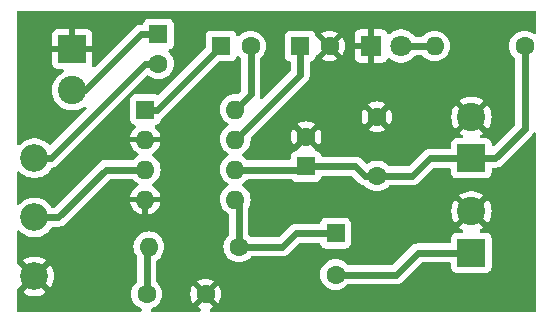
<source format=gbr>
%TF.GenerationSoftware,KiCad,Pcbnew,8.0.4*%
%TF.CreationDate,2024-08-29T23:22:00+05:30*%
%TF.ProjectId,LM386 Amp,4c4d3338-3620-4416-9d70-2e6b69636164,rev?*%
%TF.SameCoordinates,Original*%
%TF.FileFunction,Copper,L1,Top*%
%TF.FilePolarity,Positive*%
%FSLAX46Y46*%
G04 Gerber Fmt 4.6, Leading zero omitted, Abs format (unit mm)*
G04 Created by KiCad (PCBNEW 8.0.4) date 2024-08-29 23:22:00*
%MOMM*%
%LPD*%
G01*
G04 APERTURE LIST*
%TA.AperFunction,ComponentPad*%
%ADD10C,2.340000*%
%TD*%
%TA.AperFunction,ComponentPad*%
%ADD11R,1.800000X1.800000*%
%TD*%
%TA.AperFunction,ComponentPad*%
%ADD12C,1.800000*%
%TD*%
%TA.AperFunction,ComponentPad*%
%ADD13R,1.600000X1.600000*%
%TD*%
%TA.AperFunction,ComponentPad*%
%ADD14C,1.600000*%
%TD*%
%TA.AperFunction,ComponentPad*%
%ADD15R,2.400000X2.400000*%
%TD*%
%TA.AperFunction,ComponentPad*%
%ADD16C,2.400000*%
%TD*%
%TA.AperFunction,ComponentPad*%
%ADD17O,1.600000X1.600000*%
%TD*%
%TA.AperFunction,Conductor*%
%ADD18C,0.600000*%
%TD*%
G04 APERTURE END LIST*
D10*
%TO.P,RV1,3,3*%
%TO.N,GND*%
X152000000Y-146500000D03*
%TO.P,RV1,2,2*%
%TO.N,Net-(U1-+)*%
X152000000Y-141500000D03*
%TO.P,RV1,1,1*%
%TO.N,Net-(C1-Pad2)*%
X152000000Y-136500000D03*
%TD*%
D11*
%TO.P,D1,1,K*%
%TO.N,GND*%
X180500000Y-127000000D03*
D12*
%TO.P,D1,2,A*%
%TO.N,Net-(D1-A)*%
X183040000Y-127000000D03*
%TD*%
D13*
%TO.P,C2,1*%
%TO.N,Net-(U1-BYPASS)*%
X174500000Y-127000000D03*
D14*
%TO.P,C2,2*%
%TO.N,GND*%
X177000000Y-127000000D03*
%TD*%
D15*
%TO.P,J1,1,Pin_1*%
%TO.N,GND*%
X155200000Y-127250000D03*
D16*
%TO.P,J1,2,Pin_2*%
%TO.N,Net-(J1-Pin_2)*%
X155200000Y-130750000D03*
%TD*%
D15*
%TO.P,J3,1,Pin_1*%
%TO.N,Net-(J3-Pin_1)*%
X189000000Y-136500000D03*
D16*
%TO.P,J3,2,Pin_2*%
%TO.N,GND*%
X189000000Y-133000000D03*
%TD*%
D13*
%TO.P,U1,1,GAIN*%
%TO.N,Net-(C3-Pad1)*%
X161380000Y-132380000D03*
D17*
%TO.P,U1,2,-*%
%TO.N,GND*%
X161380000Y-134920000D03*
%TO.P,U1,3,+*%
%TO.N,Net-(U1-+)*%
X161380000Y-137460000D03*
%TO.P,U1,4,GND*%
%TO.N,GND*%
X161380000Y-140000000D03*
%TO.P,U1,5*%
%TO.N,Net-(C5-Pad1)*%
X169000000Y-140000000D03*
%TO.P,U1,6,V+*%
%TO.N,Net-(J3-Pin_1)*%
X169000000Y-137460000D03*
%TO.P,U1,7,BYPASS*%
%TO.N,Net-(U1-BYPASS)*%
X169000000Y-134920000D03*
%TO.P,U1,8,GAIN*%
%TO.N,Net-(C3-Pad2)*%
X169000000Y-132380000D03*
%TD*%
D15*
%TO.P,J2,1,Pin_1*%
%TO.N,Net-(J2-Pin_1)*%
X189000000Y-144500000D03*
D16*
%TO.P,J2,2,Pin_2*%
%TO.N,GND*%
X189000000Y-141000000D03*
%TD*%
D14*
%TO.P,R1,1*%
%TO.N,Net-(C5-Pad1)*%
X169310000Y-144000000D03*
D17*
%TO.P,R1,2*%
%TO.N,Net-(C4-Pad1)*%
X161690000Y-144000000D03*
%TD*%
D13*
%TO.P,C7,1*%
%TO.N,Net-(J3-Pin_1)*%
X175000000Y-137182380D03*
D14*
%TO.P,C7,2*%
%TO.N,GND*%
X175000000Y-134682380D03*
%TD*%
%TO.P,C4,1*%
%TO.N,Net-(C4-Pad1)*%
X161500000Y-148000000D03*
%TO.P,C4,2*%
%TO.N,GND*%
X166500000Y-148000000D03*
%TD*%
%TO.P,R2,1*%
%TO.N,Net-(J3-Pin_1)*%
X193500000Y-127000000D03*
D17*
%TO.P,R2,2*%
%TO.N,Net-(D1-A)*%
X185880000Y-127000000D03*
%TD*%
D14*
%TO.P,C6,1*%
%TO.N,Net-(J3-Pin_1)*%
X181000000Y-138000000D03*
%TO.P,C6,2*%
%TO.N,GND*%
X181000000Y-133000000D03*
%TD*%
D13*
%TO.P,C1,1*%
%TO.N,Net-(J1-Pin_2)*%
X162500000Y-126000000D03*
D14*
%TO.P,C1,2*%
%TO.N,Net-(C1-Pad2)*%
X162500000Y-128500000D03*
%TD*%
D13*
%TO.P,C3,1*%
%TO.N,Net-(C3-Pad1)*%
X167794888Y-127000000D03*
D14*
%TO.P,C3,2*%
%TO.N,Net-(C3-Pad2)*%
X170294888Y-127000000D03*
%TD*%
D13*
%TO.P,C5,1*%
%TO.N,Net-(C5-Pad1)*%
X177500000Y-142847349D03*
D14*
%TO.P,C5,2*%
%TO.N,Net-(J2-Pin_1)*%
X177500000Y-146347349D03*
%TD*%
D18*
%TO.N,Net-(U1-BYPASS)*%
X169000000Y-134920000D02*
X174500000Y-129420000D01*
X174500000Y-129420000D02*
X174500000Y-127000000D01*
%TO.N,Net-(C3-Pad2)*%
X169000000Y-132380000D02*
X170294888Y-131085112D01*
X170294888Y-131085112D02*
X170294888Y-127000000D01*
%TO.N,Net-(C3-Pad1)*%
X161380000Y-132380000D02*
X162414888Y-132380000D01*
X162414888Y-132380000D02*
X167794888Y-127000000D01*
%TO.N,Net-(J1-Pin_2)*%
X162500000Y-126000000D02*
X161000000Y-126000000D01*
X161000000Y-126000000D02*
X156250000Y-130750000D01*
X156250000Y-130750000D02*
X155200000Y-130750000D01*
%TO.N,Net-(C1-Pad2)*%
X162500000Y-128500000D02*
X161368630Y-128500000D01*
X161368630Y-128500000D02*
X153368630Y-136500000D01*
X153368630Y-136500000D02*
X152000000Y-136500000D01*
%TO.N,Net-(U1-+)*%
X152000000Y-141500000D02*
X154000000Y-141500000D01*
X154000000Y-141500000D02*
X158040000Y-137460000D01*
X158040000Y-137460000D02*
X161380000Y-137460000D01*
%TO.N,Net-(D1-A)*%
X185880000Y-127000000D02*
X183040000Y-127000000D01*
%TO.N,Net-(J3-Pin_1)*%
X193500000Y-134000000D02*
X191000000Y-136500000D01*
X193500000Y-127000000D02*
X193500000Y-134000000D01*
X191000000Y-136500000D02*
X189000000Y-136500000D01*
X169000000Y-137460000D02*
X174722380Y-137460000D01*
X174722380Y-137460000D02*
X175000000Y-137182380D01*
X181000000Y-138000000D02*
X180000000Y-138000000D01*
X180000000Y-138000000D02*
X179182380Y-137182380D01*
X179182380Y-137182380D02*
X175000000Y-137182380D01*
X185500000Y-136500000D02*
X184000000Y-138000000D01*
X189000000Y-136500000D02*
X185500000Y-136500000D01*
X184000000Y-138000000D02*
X181000000Y-138000000D01*
%TO.N,Net-(J2-Pin_1)*%
X177500000Y-146347349D02*
X182652651Y-146347349D01*
X182652651Y-146347349D02*
X184500000Y-144500000D01*
X184500000Y-144500000D02*
X189000000Y-144500000D01*
%TO.N,Net-(C5-Pad1)*%
X174152651Y-142847349D02*
X173000000Y-144000000D01*
X177500000Y-142847349D02*
X174152651Y-142847349D01*
X173000000Y-144000000D02*
X169310000Y-144000000D01*
X169310000Y-144000000D02*
X169310000Y-140310000D01*
X169310000Y-140310000D02*
X169000000Y-140000000D01*
%TO.N,Net-(C4-Pad1)*%
X161500000Y-148000000D02*
X161500000Y-144190000D01*
X161500000Y-144190000D02*
X161690000Y-144000000D01*
%TD*%
%TA.AperFunction,Conductor*%
%TO.N,GND*%
G36*
X169274121Y-127837462D02*
G01*
X169327411Y-127871709D01*
X169450747Y-127995045D01*
X169489311Y-128061840D01*
X169494388Y-128100404D01*
X169494388Y-130691815D01*
X169474426Y-130766315D01*
X169450747Y-130797174D01*
X169208569Y-131039351D01*
X169141774Y-131077915D01*
X169090225Y-131082425D01*
X169000001Y-131074532D01*
X168999999Y-131074532D01*
X168773306Y-131094365D01*
X168553507Y-131153260D01*
X168553506Y-131153260D01*
X168553504Y-131153261D01*
X168347266Y-131249432D01*
X168347263Y-131249434D01*
X168347261Y-131249435D01*
X168347258Y-131249437D01*
X168160862Y-131379951D01*
X167999951Y-131540862D01*
X167869437Y-131727258D01*
X167869435Y-131727261D01*
X167869434Y-131727263D01*
X167869432Y-131727266D01*
X167779104Y-131920974D01*
X167773260Y-131933507D01*
X167714365Y-132153306D01*
X167694532Y-132380000D01*
X167713779Y-132600000D01*
X167714365Y-132606692D01*
X167773261Y-132826496D01*
X167869432Y-133032734D01*
X167869435Y-133032738D01*
X167869437Y-133032741D01*
X167999951Y-133219137D01*
X168160862Y-133380048D01*
X168221249Y-133422331D01*
X168347266Y-133510568D01*
X168356689Y-133514962D01*
X168415771Y-133564540D01*
X168442148Y-133637018D01*
X168428753Y-133712974D01*
X168379175Y-133772056D01*
X168356689Y-133785038D01*
X168347268Y-133789431D01*
X168347258Y-133789437D01*
X168160862Y-133919951D01*
X167999951Y-134080862D01*
X167869437Y-134267258D01*
X167869435Y-134267261D01*
X167869434Y-134267263D01*
X167869432Y-134267266D01*
X167773261Y-134473504D01*
X167773260Y-134473507D01*
X167714365Y-134693306D01*
X167694532Y-134920000D01*
X167714365Y-135146693D01*
X167757508Y-135307704D01*
X167773261Y-135366496D01*
X167869432Y-135572734D01*
X167869435Y-135572738D01*
X167869437Y-135572741D01*
X167999951Y-135759137D01*
X167999953Y-135759139D01*
X168160861Y-135920047D01*
X168347266Y-136050568D01*
X168356685Y-136054960D01*
X168356689Y-136054962D01*
X168415771Y-136104540D01*
X168442148Y-136177018D01*
X168428753Y-136252974D01*
X168379175Y-136312056D01*
X168356689Y-136325038D01*
X168347268Y-136329431D01*
X168347258Y-136329437D01*
X168160862Y-136459951D01*
X167999951Y-136620862D01*
X167869437Y-136807258D01*
X167869435Y-136807261D01*
X167869434Y-136807263D01*
X167869432Y-136807266D01*
X167779581Y-136999951D01*
X167773260Y-137013507D01*
X167714365Y-137233306D01*
X167694532Y-137460000D01*
X167714365Y-137686693D01*
X167730762Y-137747888D01*
X167773261Y-137906496D01*
X167869432Y-138112734D01*
X167869435Y-138112738D01*
X167869437Y-138112741D01*
X167999951Y-138299137D01*
X168160862Y-138460048D01*
X168184317Y-138476471D01*
X168347266Y-138590568D01*
X168356685Y-138594960D01*
X168356689Y-138594962D01*
X168415771Y-138644540D01*
X168442148Y-138717018D01*
X168428753Y-138792974D01*
X168379175Y-138852056D01*
X168356689Y-138865038D01*
X168347268Y-138869431D01*
X168347258Y-138869437D01*
X168160862Y-138999951D01*
X167999951Y-139160862D01*
X167869437Y-139347258D01*
X167869435Y-139347261D01*
X167869434Y-139347263D01*
X167869432Y-139347266D01*
X167773261Y-139553504D01*
X167773260Y-139553507D01*
X167714365Y-139773306D01*
X167694532Y-140000000D01*
X167714365Y-140226693D01*
X167758583Y-140391715D01*
X167773261Y-140446496D01*
X167869432Y-140652734D01*
X167887866Y-140679062D01*
X167999951Y-140839137D01*
X168160862Y-141000048D01*
X168346646Y-141130134D01*
X168347266Y-141130568D01*
X168347268Y-141130569D01*
X168347275Y-141130573D01*
X168423469Y-141166102D01*
X168482553Y-141215678D01*
X168508933Y-141288155D01*
X168509500Y-141301142D01*
X168509500Y-142899596D01*
X168489538Y-142974096D01*
X168465859Y-143004955D01*
X168309951Y-143160862D01*
X168179437Y-143347258D01*
X168179435Y-143347261D01*
X168179434Y-143347263D01*
X168179432Y-143347266D01*
X168084662Y-143550500D01*
X168083260Y-143553507D01*
X168024365Y-143773306D01*
X168004532Y-144000000D01*
X168024365Y-144226692D01*
X168083261Y-144446496D01*
X168179432Y-144652734D01*
X168179435Y-144652738D01*
X168179437Y-144652741D01*
X168309951Y-144839137D01*
X168309953Y-144839139D01*
X168470861Y-145000047D01*
X168657266Y-145130568D01*
X168863504Y-145226739D01*
X169083308Y-145285635D01*
X169310000Y-145305468D01*
X169536692Y-145285635D01*
X169756496Y-145226739D01*
X169962734Y-145130568D01*
X170149139Y-145000047D01*
X170305045Y-144844141D01*
X170371840Y-144805577D01*
X170410404Y-144800500D01*
X173078842Y-144800500D01*
X173233497Y-144769737D01*
X173379179Y-144709394D01*
X173510289Y-144621789D01*
X174440588Y-143691490D01*
X174507383Y-143652926D01*
X174545947Y-143647849D01*
X176062734Y-143647849D01*
X176137234Y-143667811D01*
X176191772Y-143722349D01*
X176201388Y-143746570D01*
X176202652Y-143746099D01*
X176256202Y-143889678D01*
X176256204Y-143889682D01*
X176342452Y-144004893D01*
X176342455Y-144004896D01*
X176457666Y-144091144D01*
X176457670Y-144091146D01*
X176592517Y-144141440D01*
X176652114Y-144147848D01*
X176652118Y-144147848D01*
X176652127Y-144147849D01*
X178347872Y-144147848D01*
X178407483Y-144141440D01*
X178503447Y-144105647D01*
X178542329Y-144091146D01*
X178542333Y-144091144D01*
X178599938Y-144048020D01*
X178657546Y-144004895D01*
X178743796Y-143889680D01*
X178794091Y-143754832D01*
X178796733Y-143730262D01*
X178800499Y-143695234D01*
X178800499Y-143695231D01*
X178800500Y-143695222D01*
X178800499Y-141999477D01*
X178794091Y-141939866D01*
X178779588Y-141900982D01*
X178743797Y-141805019D01*
X178743795Y-141805015D01*
X178657547Y-141689804D01*
X178657544Y-141689801D01*
X178542333Y-141603553D01*
X178542329Y-141603551D01*
X178407482Y-141553257D01*
X178347876Y-141546849D01*
X176652136Y-141546849D01*
X176652111Y-141546851D01*
X176592521Y-141553257D01*
X176592515Y-141553258D01*
X176457670Y-141603551D01*
X176457666Y-141603553D01*
X176342455Y-141689801D01*
X176342452Y-141689804D01*
X176256204Y-141805015D01*
X176256202Y-141805019D01*
X176202652Y-141948598D01*
X176199501Y-141947422D01*
X176171175Y-142000033D01*
X176105554Y-142040563D01*
X176062734Y-142046849D01*
X174073809Y-142046849D01*
X173919156Y-142077610D01*
X173919154Y-142077611D01*
X173773476Y-142137952D01*
X173773472Y-142137955D01*
X173666557Y-142209394D01*
X173642358Y-142225563D01*
X172712063Y-143155859D01*
X172645268Y-143194423D01*
X172606704Y-143199500D01*
X170410404Y-143199500D01*
X170335904Y-143179538D01*
X170305045Y-143155859D01*
X170154141Y-143004955D01*
X170115577Y-142938160D01*
X170110500Y-142899596D01*
X170110500Y-140727416D01*
X170128807Y-140659090D01*
X170127818Y-140658629D01*
X170130434Y-140653017D01*
X170130462Y-140652916D01*
X170130463Y-140652914D01*
X170130557Y-140652749D01*
X170130568Y-140652734D01*
X170226739Y-140446496D01*
X170285635Y-140226692D01*
X170305468Y-140000000D01*
X170285635Y-139773308D01*
X170226739Y-139553504D01*
X170130568Y-139347266D01*
X170000047Y-139160861D01*
X169839139Y-138999953D01*
X169839137Y-138999951D01*
X169652741Y-138869437D01*
X169652734Y-138869432D01*
X169652732Y-138869431D01*
X169643312Y-138865038D01*
X169584230Y-138815463D01*
X169557851Y-138742986D01*
X169571244Y-138667030D01*
X169620821Y-138607946D01*
X169643311Y-138594962D01*
X169652734Y-138590568D01*
X169839139Y-138460047D01*
X169995045Y-138304141D01*
X170061840Y-138265577D01*
X170100404Y-138260500D01*
X173708412Y-138260500D01*
X173782912Y-138280462D01*
X173827692Y-138320207D01*
X173842452Y-138339924D01*
X173842455Y-138339927D01*
X173957666Y-138426175D01*
X173957670Y-138426177D01*
X174092517Y-138476471D01*
X174152114Y-138482879D01*
X174152118Y-138482879D01*
X174152127Y-138482880D01*
X175847872Y-138482879D01*
X175907483Y-138476471D01*
X176003447Y-138440678D01*
X176042329Y-138426177D01*
X176042333Y-138426175D01*
X176099938Y-138383051D01*
X176157546Y-138339926D01*
X176213204Y-138265577D01*
X176243795Y-138224713D01*
X176243797Y-138224709D01*
X176297348Y-138081131D01*
X176300498Y-138082306D01*
X176328825Y-138029696D01*
X176394446Y-137989166D01*
X176437266Y-137982880D01*
X178789084Y-137982880D01*
X178863584Y-138002842D01*
X178894443Y-138026521D01*
X179378209Y-138510286D01*
X179378209Y-138510287D01*
X179489702Y-138621781D01*
X179489707Y-138621785D01*
X179489711Y-138621789D01*
X179620821Y-138709394D01*
X179620822Y-138709394D01*
X179620823Y-138709395D01*
X179670569Y-138730000D01*
X179756197Y-138765468D01*
X179766503Y-138769737D01*
X179921157Y-138800500D01*
X179921158Y-138800500D01*
X179921159Y-138800500D01*
X179926955Y-138801653D01*
X179996129Y-138835766D01*
X180003245Y-138842431D01*
X180160861Y-139000047D01*
X180347266Y-139130568D01*
X180553504Y-139226739D01*
X180773308Y-139285635D01*
X181000000Y-139305468D01*
X181226692Y-139285635D01*
X181446496Y-139226739D01*
X181652734Y-139130568D01*
X181839139Y-139000047D01*
X181995045Y-138844141D01*
X182061840Y-138805577D01*
X182100404Y-138800500D01*
X184078842Y-138800500D01*
X184233497Y-138769737D01*
X184379179Y-138709394D01*
X184510289Y-138621789D01*
X185787937Y-137344141D01*
X185854732Y-137305577D01*
X185893296Y-137300500D01*
X187150501Y-137300500D01*
X187225001Y-137320462D01*
X187279539Y-137375000D01*
X187299501Y-137449500D01*
X187299501Y-137747863D01*
X187299502Y-137747888D01*
X187305908Y-137807478D01*
X187305909Y-137807484D01*
X187356202Y-137942329D01*
X187356204Y-137942333D01*
X187442452Y-138057544D01*
X187442455Y-138057547D01*
X187557666Y-138143795D01*
X187557670Y-138143797D01*
X187692517Y-138194091D01*
X187752114Y-138200499D01*
X187752118Y-138200499D01*
X187752127Y-138200500D01*
X190247872Y-138200499D01*
X190307483Y-138194091D01*
X190403447Y-138158298D01*
X190442329Y-138143797D01*
X190442333Y-138143795D01*
X190524471Y-138082306D01*
X190557546Y-138057546D01*
X190643796Y-137942331D01*
X190694091Y-137807483D01*
X190695823Y-137791370D01*
X190700499Y-137747885D01*
X190700500Y-137747867D01*
X190700500Y-137449500D01*
X190720462Y-137375000D01*
X190775000Y-137320462D01*
X190849500Y-137300500D01*
X191078842Y-137300500D01*
X191233497Y-137269737D01*
X191379179Y-137209394D01*
X191510289Y-137121789D01*
X194121789Y-134510289D01*
X194209394Y-134379179D01*
X194212842Y-134370854D01*
X194259793Y-134309666D01*
X194331050Y-134280149D01*
X194407518Y-134290215D01*
X194468708Y-134337167D01*
X194498225Y-134408424D01*
X194499500Y-134427874D01*
X194499500Y-149350500D01*
X194479538Y-149425000D01*
X194425000Y-149479538D01*
X194350500Y-149499500D01*
X167032470Y-149499500D01*
X166957970Y-149479538D01*
X166903432Y-149425000D01*
X166883470Y-149350500D01*
X166903432Y-149276000D01*
X166957970Y-149221462D01*
X166969500Y-149215460D01*
X167152478Y-149130136D01*
X167152484Y-149130132D01*
X167225471Y-149079024D01*
X166546447Y-148400000D01*
X166552661Y-148400000D01*
X166654394Y-148372741D01*
X166745606Y-148320080D01*
X166820080Y-148245606D01*
X166872741Y-148154394D01*
X166900000Y-148052661D01*
X166900000Y-148046447D01*
X167579024Y-148725471D01*
X167630132Y-148652484D01*
X167630136Y-148652478D01*
X167726266Y-148446325D01*
X167726267Y-148446323D01*
X167785140Y-148226606D01*
X167804965Y-148000000D01*
X167785140Y-147773393D01*
X167726267Y-147553676D01*
X167726266Y-147553674D01*
X167630132Y-147347515D01*
X167630129Y-147347509D01*
X167579025Y-147274526D01*
X166900000Y-147953551D01*
X166900000Y-147947339D01*
X166872741Y-147845606D01*
X166820080Y-147754394D01*
X166745606Y-147679920D01*
X166654394Y-147627259D01*
X166552661Y-147600000D01*
X166546445Y-147600000D01*
X167225472Y-146920973D01*
X167152492Y-146869872D01*
X167152483Y-146869866D01*
X166946325Y-146773733D01*
X166946323Y-146773732D01*
X166726605Y-146714859D01*
X166726606Y-146714859D01*
X166500000Y-146695034D01*
X166273393Y-146714859D01*
X166053676Y-146773732D01*
X166053674Y-146773733D01*
X165847522Y-146869862D01*
X165847517Y-146869865D01*
X165774527Y-146920974D01*
X166453553Y-147600000D01*
X166447339Y-147600000D01*
X166345606Y-147627259D01*
X166254394Y-147679920D01*
X166179920Y-147754394D01*
X166127259Y-147845606D01*
X166100000Y-147947339D01*
X166100000Y-147953553D01*
X165420974Y-147274527D01*
X165369865Y-147347517D01*
X165369862Y-147347522D01*
X165273733Y-147553674D01*
X165273732Y-147553676D01*
X165214859Y-147773393D01*
X165195034Y-148000000D01*
X165214859Y-148226606D01*
X165273732Y-148446323D01*
X165273733Y-148446325D01*
X165369866Y-148652483D01*
X165369872Y-148652492D01*
X165420973Y-148725471D01*
X166100000Y-148046444D01*
X166100000Y-148052661D01*
X166127259Y-148154394D01*
X166179920Y-148245606D01*
X166254394Y-148320080D01*
X166345606Y-148372741D01*
X166447339Y-148400000D01*
X166453553Y-148400000D01*
X165774526Y-149079025D01*
X165847509Y-149130129D01*
X165847515Y-149130132D01*
X166030500Y-149215460D01*
X166089584Y-149265037D01*
X166115963Y-149337514D01*
X166102570Y-149413470D01*
X166052993Y-149472554D01*
X165980516Y-149498933D01*
X165967530Y-149499500D01*
X162033653Y-149499500D01*
X161959153Y-149479538D01*
X161904615Y-149425000D01*
X161884653Y-149350500D01*
X161904615Y-149276000D01*
X161959153Y-149221462D01*
X161970667Y-149215467D01*
X162152734Y-149130568D01*
X162339139Y-149000047D01*
X162500047Y-148839139D01*
X162630568Y-148652734D01*
X162726739Y-148446496D01*
X162785635Y-148226692D01*
X162805468Y-148000000D01*
X162785635Y-147773308D01*
X162726739Y-147553504D01*
X162630568Y-147347266D01*
X162546087Y-147226613D01*
X162500048Y-147160862D01*
X162344141Y-147004955D01*
X162305577Y-146938160D01*
X162300500Y-146899596D01*
X162300500Y-146347349D01*
X176194532Y-146347349D01*
X176214365Y-146574041D01*
X176273261Y-146793845D01*
X176369432Y-147000083D01*
X176372843Y-147004955D01*
X176499951Y-147186486D01*
X176660862Y-147347397D01*
X176661041Y-147347522D01*
X176847266Y-147477917D01*
X177053504Y-147574088D01*
X177273308Y-147632984D01*
X177500000Y-147652817D01*
X177726692Y-147632984D01*
X177946496Y-147574088D01*
X178152734Y-147477917D01*
X178339139Y-147347396D01*
X178495045Y-147191490D01*
X178561840Y-147152926D01*
X178600404Y-147147849D01*
X182731493Y-147147849D01*
X182886148Y-147117086D01*
X183031830Y-147056743D01*
X183162940Y-146969138D01*
X184787937Y-145344141D01*
X184854732Y-145305577D01*
X184893296Y-145300500D01*
X187150501Y-145300500D01*
X187225001Y-145320462D01*
X187279539Y-145375000D01*
X187299501Y-145449500D01*
X187299501Y-145747863D01*
X187299502Y-145747888D01*
X187305908Y-145807478D01*
X187305909Y-145807484D01*
X187356202Y-145942329D01*
X187356204Y-145942333D01*
X187442452Y-146057544D01*
X187442455Y-146057547D01*
X187557666Y-146143795D01*
X187557670Y-146143797D01*
X187692517Y-146194091D01*
X187752114Y-146200499D01*
X187752118Y-146200499D01*
X187752127Y-146200500D01*
X190247872Y-146200499D01*
X190307483Y-146194091D01*
X190435229Y-146146445D01*
X190442329Y-146143797D01*
X190442333Y-146143795D01*
X190520005Y-146085649D01*
X190557546Y-146057546D01*
X190643796Y-145942331D01*
X190694091Y-145807483D01*
X190697757Y-145773386D01*
X190700499Y-145747885D01*
X190700499Y-145747882D01*
X190700500Y-145747873D01*
X190700499Y-143252128D01*
X190694091Y-143192517D01*
X190671961Y-143133183D01*
X190643797Y-143057670D01*
X190643795Y-143057666D01*
X190557547Y-142942455D01*
X190557544Y-142942452D01*
X190442333Y-142856204D01*
X190442329Y-142856202D01*
X190307482Y-142805908D01*
X190247885Y-142799500D01*
X189834211Y-142799500D01*
X189759711Y-142779538D01*
X189705173Y-142725000D01*
X189685211Y-142650500D01*
X189705173Y-142576000D01*
X189759711Y-142521462D01*
X189769563Y-142516255D01*
X189852382Y-142476372D01*
X190013184Y-142366738D01*
X189211059Y-141564612D01*
X189231591Y-141559111D01*
X189368408Y-141480119D01*
X189480119Y-141368408D01*
X189559111Y-141231591D01*
X189564612Y-141211058D01*
X190366546Y-142012991D01*
X190366547Y-142012991D01*
X190408538Y-141960337D01*
X190408546Y-141960325D01*
X190535941Y-141739671D01*
X190535943Y-141739666D01*
X190629029Y-141502488D01*
X190629031Y-141502481D01*
X190685724Y-141254092D01*
X190685727Y-141254070D01*
X190704767Y-141000004D01*
X190704767Y-140999995D01*
X190685727Y-140745929D01*
X190685724Y-140745907D01*
X190629031Y-140497518D01*
X190629029Y-140497511D01*
X190535943Y-140260333D01*
X190535941Y-140260328D01*
X190408543Y-140039668D01*
X190366547Y-139987007D01*
X190366546Y-139987007D01*
X189564612Y-140788939D01*
X189559111Y-140768409D01*
X189480119Y-140631592D01*
X189368408Y-140519881D01*
X189231591Y-140440889D01*
X189211057Y-140435386D01*
X190013184Y-139633260D01*
X189852379Y-139523625D01*
X189622816Y-139413075D01*
X189622812Y-139413074D01*
X189379351Y-139337976D01*
X189379347Y-139337975D01*
X189127400Y-139300000D01*
X188872599Y-139300000D01*
X188620652Y-139337975D01*
X188620648Y-139337976D01*
X188377190Y-139413073D01*
X188377175Y-139413079D01*
X188147615Y-139523628D01*
X188147611Y-139523631D01*
X187986814Y-139633259D01*
X187986814Y-139633260D01*
X188788941Y-140435387D01*
X188768409Y-140440889D01*
X188631592Y-140519881D01*
X188519881Y-140631592D01*
X188440889Y-140768409D01*
X188435387Y-140788941D01*
X187633453Y-139987007D01*
X187633452Y-139987007D01*
X187591459Y-140039665D01*
X187591454Y-140039673D01*
X187464058Y-140260328D01*
X187464056Y-140260333D01*
X187370970Y-140497511D01*
X187370968Y-140497518D01*
X187314275Y-140745907D01*
X187314272Y-140745929D01*
X187295233Y-140999995D01*
X187295233Y-141000004D01*
X187314272Y-141254070D01*
X187314275Y-141254092D01*
X187370968Y-141502481D01*
X187370970Y-141502488D01*
X187464056Y-141739666D01*
X187464058Y-141739671D01*
X187591454Y-141960327D01*
X187633453Y-142012991D01*
X188435386Y-141211057D01*
X188440889Y-141231591D01*
X188519881Y-141368408D01*
X188631592Y-141480119D01*
X188768409Y-141559111D01*
X188788940Y-141564612D01*
X187986814Y-142366738D01*
X187986814Y-142366739D01*
X188147615Y-142476370D01*
X188230437Y-142516255D01*
X188288898Y-142566565D01*
X188314372Y-142639365D01*
X188300034Y-142715148D01*
X188249724Y-142773609D01*
X188176924Y-142799083D01*
X188165789Y-142799500D01*
X187752136Y-142799500D01*
X187752111Y-142799502D01*
X187692521Y-142805908D01*
X187692515Y-142805909D01*
X187557670Y-142856202D01*
X187557666Y-142856204D01*
X187442455Y-142942452D01*
X187442452Y-142942455D01*
X187356204Y-143057666D01*
X187356202Y-143057670D01*
X187305908Y-143192517D01*
X187299500Y-143252114D01*
X187299500Y-143550500D01*
X187279538Y-143625000D01*
X187225000Y-143679538D01*
X187150500Y-143699500D01*
X184421158Y-143699500D01*
X184266505Y-143730262D01*
X184266501Y-143730263D01*
X184120823Y-143790604D01*
X183989707Y-143878214D01*
X182364714Y-145503208D01*
X182297919Y-145541772D01*
X182259355Y-145546849D01*
X178600404Y-145546849D01*
X178525904Y-145526887D01*
X178495045Y-145503208D01*
X178339137Y-145347300D01*
X178152741Y-145216786D01*
X178152738Y-145216784D01*
X178152734Y-145216781D01*
X177946496Y-145120610D01*
X177726692Y-145061714D01*
X177726693Y-145061714D01*
X177500000Y-145041881D01*
X177273306Y-145061714D01*
X177053507Y-145120609D01*
X177053506Y-145120609D01*
X177053504Y-145120610D01*
X176847266Y-145216781D01*
X176847263Y-145216783D01*
X176847261Y-145216784D01*
X176847258Y-145216786D01*
X176660862Y-145347300D01*
X176499951Y-145508211D01*
X176369437Y-145694607D01*
X176369435Y-145694610D01*
X176369434Y-145694612D01*
X176369432Y-145694615D01*
X176273261Y-145900853D01*
X176273260Y-145900856D01*
X176214365Y-146120655D01*
X176212109Y-146146445D01*
X176194532Y-146347349D01*
X162300500Y-146347349D01*
X162300500Y-145237704D01*
X162320462Y-145163204D01*
X162364035Y-145115652D01*
X162529139Y-145000047D01*
X162690047Y-144839139D01*
X162820568Y-144652734D01*
X162916739Y-144446496D01*
X162975635Y-144226692D01*
X162995468Y-144000000D01*
X162975635Y-143773308D01*
X162916739Y-143553504D01*
X162820568Y-143347266D01*
X162713547Y-143194423D01*
X162690048Y-143160862D01*
X162529137Y-142999951D01*
X162342741Y-142869437D01*
X162342738Y-142869435D01*
X162342734Y-142869432D01*
X162136496Y-142773261D01*
X161916692Y-142714365D01*
X161916693Y-142714365D01*
X161690000Y-142694532D01*
X161463306Y-142714365D01*
X161243507Y-142773260D01*
X161243506Y-142773260D01*
X161243504Y-142773261D01*
X161037266Y-142869432D01*
X161037263Y-142869434D01*
X161037261Y-142869435D01*
X161037258Y-142869437D01*
X160850862Y-142999951D01*
X160689951Y-143160862D01*
X160559437Y-143347258D01*
X160559435Y-143347261D01*
X160559434Y-143347263D01*
X160559432Y-143347266D01*
X160464662Y-143550500D01*
X160463260Y-143553507D01*
X160404365Y-143773306D01*
X160384532Y-144000000D01*
X160404365Y-144226692D01*
X160463261Y-144446496D01*
X160559432Y-144652734D01*
X160672555Y-144814291D01*
X160698933Y-144886766D01*
X160699500Y-144899752D01*
X160699500Y-146899596D01*
X160679538Y-146974096D01*
X160655859Y-147004955D01*
X160499951Y-147160862D01*
X160369437Y-147347258D01*
X160369435Y-147347261D01*
X160369434Y-147347263D01*
X160369432Y-147347266D01*
X160273261Y-147553504D01*
X160273260Y-147553507D01*
X160214365Y-147773306D01*
X160194532Y-148000000D01*
X160214365Y-148226693D01*
X160260802Y-148400000D01*
X160273261Y-148446496D01*
X160369432Y-148652734D01*
X160369435Y-148652738D01*
X160369437Y-148652741D01*
X160499951Y-148839137D01*
X160499953Y-148839139D01*
X160660861Y-149000047D01*
X160847266Y-149130568D01*
X161029320Y-149215461D01*
X161088401Y-149265038D01*
X161114780Y-149337514D01*
X161101387Y-149413471D01*
X161051809Y-149472554D01*
X160979333Y-149498933D01*
X160966347Y-149499500D01*
X150649500Y-149499500D01*
X150575000Y-149479538D01*
X150520462Y-149425000D01*
X150500500Y-149350500D01*
X150500500Y-147640582D01*
X150520462Y-147566082D01*
X150575000Y-147511544D01*
X150649500Y-147491582D01*
X150654716Y-147491728D01*
X151398957Y-146747486D01*
X151423978Y-146807890D01*
X151495112Y-146914351D01*
X151585649Y-147004888D01*
X151692110Y-147076022D01*
X151752511Y-147101041D01*
X151008404Y-147845148D01*
X151162663Y-147950320D01*
X151388160Y-148058913D01*
X151388181Y-148058921D01*
X151627342Y-148132693D01*
X151627346Y-148132694D01*
X151874847Y-148169999D01*
X151874854Y-148170000D01*
X152125146Y-148170000D01*
X152125152Y-148169999D01*
X152372653Y-148132694D01*
X152372657Y-148132693D01*
X152611821Y-148058920D01*
X152611825Y-148058919D01*
X152837344Y-147950316D01*
X152837351Y-147950312D01*
X152991595Y-147845149D01*
X152247488Y-147101041D01*
X152307890Y-147076022D01*
X152414351Y-147004888D01*
X152504888Y-146914351D01*
X152576022Y-146807890D01*
X152601041Y-146747487D01*
X153345199Y-147491644D01*
X153345200Y-147491644D01*
X153383681Y-147443391D01*
X153383689Y-147443379D01*
X153508836Y-147226618D01*
X153508838Y-147226613D01*
X153600282Y-146993620D01*
X153600284Y-146993613D01*
X153655976Y-146749609D01*
X153655979Y-146749587D01*
X153674683Y-146500004D01*
X153674683Y-146499995D01*
X153655979Y-146250412D01*
X153655976Y-146250390D01*
X153600284Y-146006386D01*
X153600282Y-146006379D01*
X153508838Y-145773386D01*
X153508836Y-145773381D01*
X153383686Y-145556615D01*
X153383685Y-145556614D01*
X153345198Y-145508354D01*
X152601041Y-146252510D01*
X152576022Y-146192110D01*
X152504888Y-146085649D01*
X152414351Y-145995112D01*
X152307890Y-145923978D01*
X152247486Y-145898957D01*
X152991594Y-145154850D01*
X152837337Y-145049679D01*
X152611825Y-144941080D01*
X152611821Y-144941079D01*
X152372657Y-144867306D01*
X152372653Y-144867305D01*
X152125152Y-144830000D01*
X151874847Y-144830000D01*
X151627346Y-144867305D01*
X151627342Y-144867306D01*
X151388181Y-144941078D01*
X151388166Y-144941084D01*
X151162657Y-145049682D01*
X151162653Y-145049685D01*
X151008404Y-145154849D01*
X151008404Y-145154850D01*
X151752512Y-145898958D01*
X151692110Y-145923978D01*
X151585649Y-145995112D01*
X151495112Y-146085649D01*
X151423978Y-146192110D01*
X151398958Y-146252512D01*
X150653777Y-145507331D01*
X150582351Y-145492427D01*
X150524841Y-145441032D01*
X150500734Y-145367768D01*
X150500500Y-145359416D01*
X150500500Y-142724777D01*
X150520462Y-142650277D01*
X150575000Y-142595739D01*
X150649500Y-142575777D01*
X150724000Y-142595739D01*
X150765994Y-142631879D01*
X150772003Y-142639414D01*
X150955540Y-142809712D01*
X151162408Y-142950752D01*
X151387987Y-143059385D01*
X151627236Y-143133184D01*
X151874813Y-143170500D01*
X151874816Y-143170500D01*
X152125184Y-143170500D01*
X152125187Y-143170500D01*
X152372764Y-143133184D01*
X152612013Y-143059385D01*
X152837592Y-142950752D01*
X153044460Y-142809712D01*
X153227997Y-142639414D01*
X153384102Y-142443665D01*
X153423746Y-142374998D01*
X153478283Y-142320462D01*
X153552783Y-142300500D01*
X154078842Y-142300500D01*
X154233497Y-142269737D01*
X154379179Y-142209394D01*
X154510289Y-142121789D01*
X158327937Y-138304141D01*
X158394732Y-138265577D01*
X158433296Y-138260500D01*
X160279596Y-138260500D01*
X160354096Y-138280462D01*
X160384955Y-138304141D01*
X160540862Y-138460048D01*
X160564317Y-138476471D01*
X160727266Y-138590568D01*
X160737279Y-138595237D01*
X160796360Y-138644814D01*
X160822738Y-138717292D01*
X160809344Y-138793248D01*
X160759766Y-138852330D01*
X160737278Y-138865313D01*
X160727529Y-138869858D01*
X160727517Y-138869865D01*
X160541182Y-139000339D01*
X160380339Y-139161182D01*
X160249865Y-139347517D01*
X160249862Y-139347522D01*
X160153733Y-139553674D01*
X160153732Y-139553676D01*
X160101127Y-139749999D01*
X160101128Y-139750000D01*
X161064314Y-139750000D01*
X161059920Y-139754394D01*
X161007259Y-139845606D01*
X160980000Y-139947339D01*
X160980000Y-140052661D01*
X161007259Y-140154394D01*
X161059920Y-140245606D01*
X161064314Y-140250000D01*
X160101128Y-140250000D01*
X160153732Y-140446323D01*
X160153733Y-140446325D01*
X160249862Y-140652477D01*
X160249865Y-140652482D01*
X160380339Y-140838817D01*
X160541182Y-140999660D01*
X160727517Y-141130134D01*
X160727522Y-141130137D01*
X160933674Y-141226266D01*
X160933676Y-141226267D01*
X161129999Y-141278872D01*
X161130000Y-141278871D01*
X161130000Y-140315686D01*
X161134394Y-140320080D01*
X161225606Y-140372741D01*
X161327339Y-140400000D01*
X161432661Y-140400000D01*
X161534394Y-140372741D01*
X161625606Y-140320080D01*
X161630000Y-140315686D01*
X161630000Y-141278872D01*
X161826323Y-141226267D01*
X161826325Y-141226266D01*
X162032477Y-141130137D01*
X162032482Y-141130134D01*
X162218817Y-140999660D01*
X162379660Y-140838817D01*
X162510134Y-140652482D01*
X162510137Y-140652477D01*
X162606266Y-140446325D01*
X162606267Y-140446323D01*
X162658872Y-140250000D01*
X161695686Y-140250000D01*
X161700080Y-140245606D01*
X161752741Y-140154394D01*
X161780000Y-140052661D01*
X161780000Y-139947339D01*
X161752741Y-139845606D01*
X161700080Y-139754394D01*
X161695686Y-139750000D01*
X162658872Y-139750000D01*
X162658872Y-139749999D01*
X162606267Y-139553676D01*
X162606266Y-139553674D01*
X162510137Y-139347522D01*
X162510134Y-139347517D01*
X162379660Y-139161182D01*
X162218817Y-139000339D01*
X162032482Y-138869865D01*
X162032477Y-138869862D01*
X162022724Y-138865315D01*
X161963641Y-138815738D01*
X161937261Y-138743262D01*
X161950654Y-138667305D01*
X162000231Y-138608222D01*
X162022722Y-138595236D01*
X162032734Y-138590568D01*
X162219139Y-138460047D01*
X162380047Y-138299139D01*
X162510568Y-138112734D01*
X162606739Y-137906496D01*
X162665635Y-137686692D01*
X162685468Y-137460000D01*
X162665635Y-137233308D01*
X162606739Y-137013504D01*
X162510568Y-136807266D01*
X162380047Y-136620861D01*
X162219139Y-136459953D01*
X162219137Y-136459951D01*
X162032741Y-136329437D01*
X162032734Y-136329432D01*
X162032732Y-136329431D01*
X162032729Y-136329429D01*
X162022718Y-136324761D01*
X161963636Y-136275181D01*
X161937260Y-136202703D01*
X161950657Y-136126748D01*
X162000237Y-136067666D01*
X162022731Y-136054681D01*
X162032478Y-136050136D01*
X162032482Y-136050134D01*
X162218817Y-135919660D01*
X162379660Y-135758817D01*
X162510134Y-135572482D01*
X162510137Y-135572477D01*
X162606266Y-135366325D01*
X162606267Y-135366323D01*
X162658872Y-135170000D01*
X161695686Y-135170000D01*
X161700080Y-135165606D01*
X161752741Y-135074394D01*
X161780000Y-134972661D01*
X161780000Y-134867339D01*
X161752741Y-134765606D01*
X161700080Y-134674394D01*
X161695686Y-134670000D01*
X162658872Y-134670000D01*
X162658872Y-134669999D01*
X162606267Y-134473676D01*
X162606266Y-134473674D01*
X162510137Y-134267522D01*
X162510134Y-134267517D01*
X162379660Y-134081182D01*
X162221683Y-133923205D01*
X162183119Y-133856410D01*
X162183119Y-133779282D01*
X162221683Y-133712487D01*
X162279422Y-133679151D01*
X162278750Y-133677348D01*
X162422329Y-133623797D01*
X162422333Y-133623795D01*
X162479938Y-133580671D01*
X162537546Y-133537546D01*
X162623796Y-133422331D01*
X162674091Y-133287483D01*
X162677681Y-133254092D01*
X162680927Y-133223905D01*
X162681834Y-133224002D01*
X162704389Y-133154814D01*
X162761757Y-133103261D01*
X162772229Y-133098439D01*
X162794067Y-133089394D01*
X162925177Y-133001789D01*
X167582825Y-128344139D01*
X167649620Y-128305576D01*
X167688184Y-128300499D01*
X168642752Y-128300499D01*
X168642760Y-128300499D01*
X168702371Y-128294091D01*
X168801316Y-128257187D01*
X168837217Y-128243797D01*
X168837221Y-128243795D01*
X168894826Y-128200671D01*
X168952434Y-128157546D01*
X169038684Y-128042331D01*
X169040334Y-128037909D01*
X169082446Y-127924999D01*
X169127184Y-127862172D01*
X169197342Y-127830131D01*
X169274121Y-127837462D01*
G37*
%TD.AperFunction*%
%TA.AperFunction,Conductor*%
G36*
X194425000Y-124020462D02*
G01*
X194479538Y-124075000D01*
X194499500Y-124149500D01*
X194499500Y-125826013D01*
X194479538Y-125900513D01*
X194425000Y-125955051D01*
X194350500Y-125975013D01*
X194276000Y-125955051D01*
X194265038Y-125948067D01*
X194152741Y-125869437D01*
X194152738Y-125869435D01*
X194152734Y-125869432D01*
X193946496Y-125773261D01*
X193726692Y-125714365D01*
X193726693Y-125714365D01*
X193500000Y-125694532D01*
X193273306Y-125714365D01*
X193053507Y-125773260D01*
X193053506Y-125773260D01*
X193053504Y-125773261D01*
X192847266Y-125869432D01*
X192847263Y-125869434D01*
X192847261Y-125869435D01*
X192847258Y-125869437D01*
X192660862Y-125999951D01*
X192499951Y-126160862D01*
X192369437Y-126347258D01*
X192369435Y-126347261D01*
X192369434Y-126347263D01*
X192369432Y-126347266D01*
X192300500Y-126495091D01*
X192273260Y-126553507D01*
X192214365Y-126773306D01*
X192194532Y-127000000D01*
X192214365Y-127226693D01*
X192257748Y-127388599D01*
X192273261Y-127446496D01*
X192369432Y-127652734D01*
X192375123Y-127660861D01*
X192499951Y-127839137D01*
X192655859Y-127995045D01*
X192694423Y-128061840D01*
X192699500Y-128100404D01*
X192699500Y-133606703D01*
X192679538Y-133681203D01*
X192655859Y-133712062D01*
X190954858Y-135413063D01*
X190888063Y-135451627D01*
X190810935Y-135451627D01*
X190744140Y-135413063D01*
X190705576Y-135346268D01*
X190700499Y-135307704D01*
X190700499Y-135252136D01*
X190700499Y-135252128D01*
X190694091Y-135192517D01*
X190653013Y-135082380D01*
X190643797Y-135057670D01*
X190643795Y-135057666D01*
X190557547Y-134942455D01*
X190557544Y-134942452D01*
X190442333Y-134856204D01*
X190442329Y-134856202D01*
X190307482Y-134805908D01*
X190247885Y-134799500D01*
X189834211Y-134799500D01*
X189759711Y-134779538D01*
X189705173Y-134725000D01*
X189685211Y-134650500D01*
X189705173Y-134576000D01*
X189759711Y-134521462D01*
X189769563Y-134516255D01*
X189852382Y-134476372D01*
X190013184Y-134366738D01*
X189211059Y-133564612D01*
X189231591Y-133559111D01*
X189368408Y-133480119D01*
X189480119Y-133368408D01*
X189559111Y-133231591D01*
X189564612Y-133211058D01*
X190366546Y-134012991D01*
X190366547Y-134012991D01*
X190408538Y-133960337D01*
X190408546Y-133960325D01*
X190535941Y-133739671D01*
X190535943Y-133739666D01*
X190629029Y-133502488D01*
X190629031Y-133502481D01*
X190685724Y-133254092D01*
X190685727Y-133254070D01*
X190704767Y-133000004D01*
X190704767Y-132999995D01*
X190685727Y-132745929D01*
X190685724Y-132745907D01*
X190629031Y-132497518D01*
X190629029Y-132497511D01*
X190535943Y-132260333D01*
X190535941Y-132260328D01*
X190408543Y-132039668D01*
X190366547Y-131987007D01*
X190366546Y-131987007D01*
X189564612Y-132788939D01*
X189559111Y-132768409D01*
X189480119Y-132631592D01*
X189368408Y-132519881D01*
X189231591Y-132440889D01*
X189211057Y-132435386D01*
X190013184Y-131633260D01*
X189852379Y-131523625D01*
X189622816Y-131413075D01*
X189622812Y-131413074D01*
X189379351Y-131337976D01*
X189379347Y-131337975D01*
X189127400Y-131300000D01*
X188872599Y-131300000D01*
X188620652Y-131337975D01*
X188620648Y-131337976D01*
X188377190Y-131413073D01*
X188377175Y-131413079D01*
X188147615Y-131523628D01*
X188147611Y-131523631D01*
X187986814Y-131633259D01*
X187986814Y-131633260D01*
X188788941Y-132435387D01*
X188768409Y-132440889D01*
X188631592Y-132519881D01*
X188519881Y-132631592D01*
X188440889Y-132768409D01*
X188435387Y-132788941D01*
X187633453Y-131987007D01*
X187633452Y-131987007D01*
X187591459Y-132039665D01*
X187591454Y-132039673D01*
X187464058Y-132260328D01*
X187464056Y-132260333D01*
X187370970Y-132497511D01*
X187370968Y-132497518D01*
X187314275Y-132745907D01*
X187314272Y-132745929D01*
X187295233Y-132999995D01*
X187295233Y-133000004D01*
X187314272Y-133254070D01*
X187314275Y-133254092D01*
X187370968Y-133502481D01*
X187370970Y-133502488D01*
X187464056Y-133739666D01*
X187464058Y-133739671D01*
X187591454Y-133960327D01*
X187633453Y-134012991D01*
X188435386Y-133211057D01*
X188440889Y-133231591D01*
X188519881Y-133368408D01*
X188631592Y-133480119D01*
X188768409Y-133559111D01*
X188788940Y-133564612D01*
X187986814Y-134366738D01*
X187986814Y-134366739D01*
X188147615Y-134476370D01*
X188230437Y-134516255D01*
X188288898Y-134566565D01*
X188314372Y-134639365D01*
X188300034Y-134715148D01*
X188249724Y-134773609D01*
X188176924Y-134799083D01*
X188165789Y-134799500D01*
X187752136Y-134799500D01*
X187752111Y-134799502D01*
X187692521Y-134805908D01*
X187692515Y-134805909D01*
X187557670Y-134856202D01*
X187557666Y-134856204D01*
X187442455Y-134942452D01*
X187442452Y-134942455D01*
X187356204Y-135057666D01*
X187356202Y-135057670D01*
X187305908Y-135192517D01*
X187299500Y-135252114D01*
X187299500Y-135550500D01*
X187279538Y-135625000D01*
X187225000Y-135679538D01*
X187150500Y-135699500D01*
X185421157Y-135699500D01*
X185266504Y-135730262D01*
X185266500Y-135730263D01*
X185223832Y-135747936D01*
X185223833Y-135747937D01*
X185120825Y-135790603D01*
X185120821Y-135790606D01*
X184989707Y-135878214D01*
X183712063Y-137155859D01*
X183645268Y-137194423D01*
X183606704Y-137199500D01*
X182100404Y-137199500D01*
X182025904Y-137179538D01*
X181995045Y-137155859D01*
X181839137Y-136999951D01*
X181652741Y-136869437D01*
X181652738Y-136869435D01*
X181652734Y-136869432D01*
X181446496Y-136773261D01*
X181226692Y-136714365D01*
X181226693Y-136714365D01*
X181000000Y-136694532D01*
X180773306Y-136714365D01*
X180553507Y-136773260D01*
X180553506Y-136773260D01*
X180553504Y-136773261D01*
X180347266Y-136869432D01*
X180347263Y-136869434D01*
X180347261Y-136869435D01*
X180347258Y-136869437D01*
X180246318Y-136940115D01*
X180173841Y-136966494D01*
X180097885Y-136953100D01*
X180055497Y-136923420D01*
X179905338Y-136773261D01*
X179692669Y-136560591D01*
X179561559Y-136472986D01*
X179561558Y-136472985D01*
X179561556Y-136472984D01*
X179415878Y-136412643D01*
X179415874Y-136412642D01*
X179261222Y-136381880D01*
X176437266Y-136381880D01*
X176362766Y-136361918D01*
X176308228Y-136307380D01*
X176298611Y-136283158D01*
X176297348Y-136283630D01*
X176243797Y-136140050D01*
X176243795Y-136140046D01*
X176157547Y-136024835D01*
X176157544Y-136024832D01*
X176042333Y-135938584D01*
X176042329Y-135938582D01*
X175907482Y-135888288D01*
X175861404Y-135883334D01*
X175789465Y-135855521D01*
X175741071Y-135795465D01*
X175737393Y-135773326D01*
X175046447Y-135082380D01*
X175052661Y-135082380D01*
X175154394Y-135055121D01*
X175245606Y-135002460D01*
X175320080Y-134927986D01*
X175372741Y-134836774D01*
X175400000Y-134735041D01*
X175400000Y-134728827D01*
X176079024Y-135407851D01*
X176130132Y-135334864D01*
X176130136Y-135334858D01*
X176226266Y-135128705D01*
X176226267Y-135128703D01*
X176285140Y-134908986D01*
X176304965Y-134682380D01*
X176285140Y-134455773D01*
X176226267Y-134236056D01*
X176226266Y-134236054D01*
X176130132Y-134029895D01*
X176130129Y-134029889D01*
X176079025Y-133956906D01*
X175400000Y-134635931D01*
X175400000Y-134629719D01*
X175372741Y-134527986D01*
X175320080Y-134436774D01*
X175245606Y-134362300D01*
X175154394Y-134309639D01*
X175052661Y-134282380D01*
X175046445Y-134282380D01*
X175725472Y-133603353D01*
X175652492Y-133552252D01*
X175652483Y-133552246D01*
X175446325Y-133456113D01*
X175446323Y-133456112D01*
X175226605Y-133397239D01*
X175226606Y-133397239D01*
X175000000Y-133377414D01*
X174773393Y-133397239D01*
X174553676Y-133456112D01*
X174553674Y-133456113D01*
X174347522Y-133552242D01*
X174347517Y-133552245D01*
X174274527Y-133603354D01*
X174953553Y-134282380D01*
X174947339Y-134282380D01*
X174845606Y-134309639D01*
X174754394Y-134362300D01*
X174679920Y-134436774D01*
X174627259Y-134527986D01*
X174600000Y-134629719D01*
X174600000Y-134635933D01*
X173920974Y-133956907D01*
X173869865Y-134029897D01*
X173869862Y-134029902D01*
X173773733Y-134236054D01*
X173773732Y-134236056D01*
X173714859Y-134455773D01*
X173695034Y-134682380D01*
X173714859Y-134908986D01*
X173773732Y-135128703D01*
X173773733Y-135128705D01*
X173869866Y-135334863D01*
X173869872Y-135334872D01*
X173920973Y-135407851D01*
X174600000Y-134728824D01*
X174600000Y-134735041D01*
X174627259Y-134836774D01*
X174679920Y-134927986D01*
X174754394Y-135002460D01*
X174845606Y-135055121D01*
X174947339Y-135082380D01*
X174953553Y-135082380D01*
X174261969Y-135773962D01*
X174257702Y-135798163D01*
X174208123Y-135857245D01*
X174138592Y-135883335D01*
X174092521Y-135888288D01*
X174092515Y-135888289D01*
X173957670Y-135938582D01*
X173957666Y-135938584D01*
X173842455Y-136024832D01*
X173842452Y-136024835D01*
X173756204Y-136140046D01*
X173756202Y-136140050D01*
X173705908Y-136274897D01*
X173699500Y-136334494D01*
X173699500Y-136510500D01*
X173679538Y-136585000D01*
X173625000Y-136639538D01*
X173550500Y-136659500D01*
X170100404Y-136659500D01*
X170025904Y-136639538D01*
X169995045Y-136615859D01*
X169839137Y-136459951D01*
X169652741Y-136329437D01*
X169652734Y-136329432D01*
X169652725Y-136329428D01*
X169643312Y-136325038D01*
X169584230Y-136275463D01*
X169557851Y-136202986D01*
X169571244Y-136127030D01*
X169620821Y-136067946D01*
X169643311Y-136054962D01*
X169652734Y-136050568D01*
X169839139Y-135920047D01*
X170000047Y-135759139D01*
X170130568Y-135572734D01*
X170226739Y-135366496D01*
X170285635Y-135146692D01*
X170305468Y-134920000D01*
X170297573Y-134829772D01*
X170310965Y-134753820D01*
X170340644Y-134711432D01*
X172052077Y-133000000D01*
X179695034Y-133000000D01*
X179714859Y-133226606D01*
X179773732Y-133446323D01*
X179773733Y-133446325D01*
X179869866Y-133652483D01*
X179869872Y-133652492D01*
X179920973Y-133725471D01*
X180600000Y-133046444D01*
X180600000Y-133052661D01*
X180627259Y-133154394D01*
X180679920Y-133245606D01*
X180754394Y-133320080D01*
X180845606Y-133372741D01*
X180947339Y-133400000D01*
X180953553Y-133400000D01*
X180274526Y-134079025D01*
X180347509Y-134130129D01*
X180347515Y-134130132D01*
X180553674Y-134226266D01*
X180553676Y-134226267D01*
X180773394Y-134285140D01*
X180773393Y-134285140D01*
X181000000Y-134304965D01*
X181226606Y-134285140D01*
X181446323Y-134226267D01*
X181446325Y-134226266D01*
X181652478Y-134130136D01*
X181652484Y-134130132D01*
X181725471Y-134079024D01*
X181046447Y-133400000D01*
X181052661Y-133400000D01*
X181154394Y-133372741D01*
X181245606Y-133320080D01*
X181320080Y-133245606D01*
X181372741Y-133154394D01*
X181400000Y-133052661D01*
X181400000Y-133046447D01*
X182079024Y-133725471D01*
X182130132Y-133652484D01*
X182130136Y-133652478D01*
X182226266Y-133446325D01*
X182226267Y-133446323D01*
X182285140Y-133226606D01*
X182304965Y-133000000D01*
X182285140Y-132773393D01*
X182226267Y-132553676D01*
X182226266Y-132553674D01*
X182130132Y-132347515D01*
X182130129Y-132347509D01*
X182079025Y-132274526D01*
X181400000Y-132953551D01*
X181400000Y-132947339D01*
X181372741Y-132845606D01*
X181320080Y-132754394D01*
X181245606Y-132679920D01*
X181154394Y-132627259D01*
X181052661Y-132600000D01*
X181046445Y-132600000D01*
X181725472Y-131920973D01*
X181652492Y-131869872D01*
X181652483Y-131869866D01*
X181446325Y-131773733D01*
X181446323Y-131773732D01*
X181226605Y-131714859D01*
X181226606Y-131714859D01*
X181000000Y-131695034D01*
X180773393Y-131714859D01*
X180553676Y-131773732D01*
X180553674Y-131773733D01*
X180347522Y-131869862D01*
X180347517Y-131869865D01*
X180274527Y-131920974D01*
X180953553Y-132600000D01*
X180947339Y-132600000D01*
X180845606Y-132627259D01*
X180754394Y-132679920D01*
X180679920Y-132754394D01*
X180627259Y-132845606D01*
X180600000Y-132947339D01*
X180600000Y-132953553D01*
X179920974Y-132274527D01*
X179869865Y-132347517D01*
X179869862Y-132347522D01*
X179773733Y-132553674D01*
X179773732Y-132553676D01*
X179714859Y-132773393D01*
X179695034Y-133000000D01*
X172052077Y-133000000D01*
X175121789Y-129930289D01*
X175209394Y-129799179D01*
X175269738Y-129653497D01*
X175300500Y-129498842D01*
X175300500Y-129341157D01*
X175300500Y-128437265D01*
X175320462Y-128362765D01*
X175375000Y-128308227D01*
X175399224Y-128298619D01*
X175398750Y-128297348D01*
X175407486Y-128294090D01*
X175506428Y-128257187D01*
X175542329Y-128243797D01*
X175542333Y-128243795D01*
X175599938Y-128200671D01*
X175657546Y-128157546D01*
X175743796Y-128042331D01*
X175745446Y-128037909D01*
X175779038Y-127947842D01*
X175794091Y-127907483D01*
X175797937Y-127871709D01*
X175799045Y-127861407D01*
X175826856Y-127789468D01*
X175886911Y-127741072D01*
X175909050Y-127737394D01*
X176600000Y-127046444D01*
X176600000Y-127052661D01*
X176627259Y-127154394D01*
X176679920Y-127245606D01*
X176754394Y-127320080D01*
X176845606Y-127372741D01*
X176947339Y-127400000D01*
X176953553Y-127400000D01*
X176274526Y-128079025D01*
X176347509Y-128130129D01*
X176347515Y-128130132D01*
X176553674Y-128226266D01*
X176553676Y-128226267D01*
X176773394Y-128285140D01*
X176773393Y-128285140D01*
X177000000Y-128304965D01*
X177226606Y-128285140D01*
X177446323Y-128226267D01*
X177446325Y-128226266D01*
X177652478Y-128130136D01*
X177652484Y-128130132D01*
X177725471Y-128079024D01*
X177046447Y-127400000D01*
X177052661Y-127400000D01*
X177154394Y-127372741D01*
X177245606Y-127320080D01*
X177320080Y-127245606D01*
X177372741Y-127154394D01*
X177400000Y-127052661D01*
X177400000Y-127046447D01*
X178079024Y-127725471D01*
X178130132Y-127652484D01*
X178130136Y-127652478D01*
X178226266Y-127446325D01*
X178226267Y-127446323D01*
X178285140Y-127226606D01*
X178304965Y-127000000D01*
X178285140Y-126773393D01*
X178226267Y-126553676D01*
X178226266Y-126553674D01*
X178130132Y-126347515D01*
X178130129Y-126347509D01*
X178079025Y-126274526D01*
X177400000Y-126953551D01*
X177400000Y-126947339D01*
X177372741Y-126845606D01*
X177320080Y-126754394D01*
X177245606Y-126679920D01*
X177154394Y-126627259D01*
X177052661Y-126600000D01*
X177046445Y-126600000D01*
X177594268Y-126052177D01*
X179100000Y-126052177D01*
X179100000Y-126750000D01*
X180124722Y-126750000D01*
X180080667Y-126826306D01*
X180050000Y-126940756D01*
X180050000Y-127059244D01*
X180080667Y-127173694D01*
X180124722Y-127250000D01*
X179100000Y-127250000D01*
X179100000Y-127947822D01*
X179100001Y-127947842D01*
X179106401Y-128007377D01*
X179156645Y-128142084D01*
X179156650Y-128142094D01*
X179242809Y-128257187D01*
X179242812Y-128257190D01*
X179357905Y-128343349D01*
X179357915Y-128343354D01*
X179492623Y-128393598D01*
X179492621Y-128393598D01*
X179552157Y-128399998D01*
X179552177Y-128400000D01*
X180250000Y-128400000D01*
X180250000Y-127375277D01*
X180326306Y-127419333D01*
X180440756Y-127450000D01*
X180559244Y-127450000D01*
X180673694Y-127419333D01*
X180750000Y-127375277D01*
X180750000Y-128400000D01*
X181447823Y-128400000D01*
X181447842Y-128399998D01*
X181507377Y-128393598D01*
X181642084Y-128343354D01*
X181642094Y-128343349D01*
X181757187Y-128257190D01*
X181757190Y-128257187D01*
X181843349Y-128142094D01*
X181843352Y-128142088D01*
X181858776Y-128100736D01*
X181903514Y-128037909D01*
X181973672Y-128005868D01*
X182050451Y-128013199D01*
X182089899Y-128035223D01*
X182271374Y-128176470D01*
X182475497Y-128286936D01*
X182695019Y-128362298D01*
X182923951Y-128400500D01*
X182923953Y-128400500D01*
X183156047Y-128400500D01*
X183156049Y-128400500D01*
X183384981Y-128362298D01*
X183604503Y-128286936D01*
X183808626Y-128176470D01*
X183991784Y-128033913D01*
X184148979Y-127863153D01*
X184148984Y-127863145D01*
X184152759Y-127858296D01*
X184154821Y-127859900D01*
X184203398Y-127816489D01*
X184270547Y-127800500D01*
X184779596Y-127800500D01*
X184854096Y-127820462D01*
X184884955Y-127844141D01*
X185040862Y-128000048D01*
X185101249Y-128042331D01*
X185227266Y-128130568D01*
X185433504Y-128226739D01*
X185653308Y-128285635D01*
X185880000Y-128305468D01*
X186106692Y-128285635D01*
X186326496Y-128226739D01*
X186532734Y-128130568D01*
X186719139Y-128000047D01*
X186880047Y-127839139D01*
X187010568Y-127652734D01*
X187106739Y-127446496D01*
X187165635Y-127226692D01*
X187185468Y-127000000D01*
X187165635Y-126773308D01*
X187106739Y-126553504D01*
X187010568Y-126347266D01*
X186880047Y-126160861D01*
X186719139Y-125999953D01*
X186719137Y-125999951D01*
X186532741Y-125869437D01*
X186532738Y-125869435D01*
X186532734Y-125869432D01*
X186326496Y-125773261D01*
X186106692Y-125714365D01*
X186106693Y-125714365D01*
X185880000Y-125694532D01*
X185653306Y-125714365D01*
X185433507Y-125773260D01*
X185433506Y-125773260D01*
X185433504Y-125773261D01*
X185227266Y-125869432D01*
X185227263Y-125869434D01*
X185227261Y-125869435D01*
X185227258Y-125869437D01*
X185040862Y-125999951D01*
X184884955Y-126155859D01*
X184818160Y-126194423D01*
X184779596Y-126199500D01*
X184270547Y-126199500D01*
X184196047Y-126179538D01*
X184154552Y-126140308D01*
X184152759Y-126141704D01*
X184148978Y-126136846D01*
X184108174Y-126092521D01*
X183991784Y-125966087D01*
X183991783Y-125966086D01*
X183991781Y-125966084D01*
X183991779Y-125966082D01*
X183808630Y-125823533D01*
X183808624Y-125823529D01*
X183779753Y-125807905D01*
X183604503Y-125713064D01*
X183384981Y-125637702D01*
X183156049Y-125599500D01*
X182923951Y-125599500D01*
X182695019Y-125637702D01*
X182695017Y-125637702D01*
X182695015Y-125637703D01*
X182475496Y-125713064D01*
X182271375Y-125823529D01*
X182271369Y-125823533D01*
X182089899Y-125964776D01*
X182018847Y-125994782D01*
X181942311Y-125985241D01*
X181880800Y-125938711D01*
X181858776Y-125899264D01*
X181843351Y-125857909D01*
X181843349Y-125857905D01*
X181757190Y-125742812D01*
X181757187Y-125742809D01*
X181642094Y-125656650D01*
X181642084Y-125656645D01*
X181507376Y-125606401D01*
X181507378Y-125606401D01*
X181447842Y-125600001D01*
X181447823Y-125600000D01*
X180750000Y-125600000D01*
X180750000Y-126624722D01*
X180673694Y-126580667D01*
X180559244Y-126550000D01*
X180440756Y-126550000D01*
X180326306Y-126580667D01*
X180250000Y-126624722D01*
X180250000Y-125600000D01*
X179552177Y-125600000D01*
X179552157Y-125600001D01*
X179492622Y-125606401D01*
X179357915Y-125656645D01*
X179357905Y-125656650D01*
X179242812Y-125742809D01*
X179242809Y-125742812D01*
X179156650Y-125857905D01*
X179156645Y-125857915D01*
X179106401Y-125992622D01*
X179100001Y-126052157D01*
X179100000Y-126052177D01*
X177594268Y-126052177D01*
X177725472Y-125920973D01*
X177652492Y-125869872D01*
X177652483Y-125869866D01*
X177446325Y-125773733D01*
X177446323Y-125773732D01*
X177226605Y-125714859D01*
X177226606Y-125714859D01*
X177000000Y-125695034D01*
X176773393Y-125714859D01*
X176553676Y-125773732D01*
X176553674Y-125773733D01*
X176347522Y-125869862D01*
X176347517Y-125869865D01*
X176274527Y-125920974D01*
X176953553Y-126600000D01*
X176947339Y-126600000D01*
X176845606Y-126627259D01*
X176754394Y-126679920D01*
X176679920Y-126754394D01*
X176627259Y-126845606D01*
X176600000Y-126947339D01*
X176600000Y-126953553D01*
X175908415Y-126261968D01*
X175884216Y-126257701D01*
X175825134Y-126208123D01*
X175799044Y-126138589D01*
X175794091Y-126092521D01*
X175794091Y-126092517D01*
X175779038Y-126052157D01*
X175743797Y-125957670D01*
X175743795Y-125957666D01*
X175657547Y-125842455D01*
X175657544Y-125842452D01*
X175542333Y-125756204D01*
X175542329Y-125756202D01*
X175407482Y-125705908D01*
X175347876Y-125699500D01*
X173652136Y-125699500D01*
X173652111Y-125699502D01*
X173592521Y-125705908D01*
X173592515Y-125705909D01*
X173457670Y-125756202D01*
X173457666Y-125756204D01*
X173342455Y-125842452D01*
X173342452Y-125842455D01*
X173256204Y-125957666D01*
X173256202Y-125957670D01*
X173205908Y-126092517D01*
X173199500Y-126152114D01*
X173199500Y-127847863D01*
X173199502Y-127847888D01*
X173205908Y-127907478D01*
X173205909Y-127907484D01*
X173256202Y-128042329D01*
X173256204Y-128042333D01*
X173342452Y-128157544D01*
X173342455Y-128157547D01*
X173457666Y-128243795D01*
X173457670Y-128243797D01*
X173601249Y-128297348D01*
X173600068Y-128300512D01*
X173652606Y-128328751D01*
X173693184Y-128394342D01*
X173699500Y-128437265D01*
X173699500Y-129026703D01*
X173679538Y-129101203D01*
X173655859Y-129132062D01*
X171308142Y-131479778D01*
X171241347Y-131518342D01*
X171164219Y-131518342D01*
X171097424Y-131479778D01*
X171058860Y-131412983D01*
X171058860Y-131335855D01*
X171063861Y-131321126D01*
X171064621Y-131318617D01*
X171064625Y-131318609D01*
X171095388Y-131163954D01*
X171095388Y-128100404D01*
X171115350Y-128025904D01*
X171139029Y-127995045D01*
X171209075Y-127924999D01*
X171294935Y-127839139D01*
X171425456Y-127652734D01*
X171521627Y-127446496D01*
X171580523Y-127226692D01*
X171600356Y-127000000D01*
X171580523Y-126773308D01*
X171521627Y-126553504D01*
X171425456Y-126347266D01*
X171294935Y-126160861D01*
X171134027Y-125999953D01*
X171134025Y-125999951D01*
X170947629Y-125869437D01*
X170947626Y-125869435D01*
X170947622Y-125869432D01*
X170741384Y-125773261D01*
X170521580Y-125714365D01*
X170521581Y-125714365D01*
X170294888Y-125694532D01*
X170068194Y-125714365D01*
X169848395Y-125773260D01*
X169848394Y-125773260D01*
X169848392Y-125773261D01*
X169642154Y-125869432D01*
X169642151Y-125869434D01*
X169642149Y-125869435D01*
X169642146Y-125869437D01*
X169455750Y-125999951D01*
X169327410Y-126128291D01*
X169260614Y-126166855D01*
X169183486Y-126166855D01*
X169116692Y-126128291D01*
X169082446Y-126075002D01*
X169064926Y-126028029D01*
X169038686Y-125957672D01*
X169038683Y-125957666D01*
X168952435Y-125842455D01*
X168952432Y-125842452D01*
X168837221Y-125756204D01*
X168837217Y-125756202D01*
X168702370Y-125705908D01*
X168642764Y-125699500D01*
X166947024Y-125699500D01*
X166946999Y-125699502D01*
X166887409Y-125705908D01*
X166887403Y-125705909D01*
X166752558Y-125756202D01*
X166752554Y-125756204D01*
X166637343Y-125842452D01*
X166637340Y-125842455D01*
X166551092Y-125957666D01*
X166551090Y-125957670D01*
X166500796Y-126092517D01*
X166494388Y-126152114D01*
X166494388Y-127106703D01*
X166474426Y-127181203D01*
X166450747Y-127212062D01*
X162565988Y-131096820D01*
X162499193Y-131135384D01*
X162422065Y-131135384D01*
X162408560Y-131131067D01*
X162287482Y-131085908D01*
X162227876Y-131079500D01*
X160532136Y-131079500D01*
X160532111Y-131079502D01*
X160472521Y-131085908D01*
X160472515Y-131085909D01*
X160337670Y-131136202D01*
X160337666Y-131136204D01*
X160222455Y-131222452D01*
X160222452Y-131222455D01*
X160136204Y-131337666D01*
X160136202Y-131337670D01*
X160085908Y-131472517D01*
X160079500Y-131532114D01*
X160079500Y-133227863D01*
X160079502Y-133227888D01*
X160085908Y-133287478D01*
X160085909Y-133287484D01*
X160136202Y-133422329D01*
X160136204Y-133422333D01*
X160222452Y-133537544D01*
X160222455Y-133537547D01*
X160337666Y-133623795D01*
X160337670Y-133623797D01*
X160481249Y-133677348D01*
X160480302Y-133679884D01*
X160535121Y-133709386D01*
X160575663Y-133774999D01*
X160577968Y-133852093D01*
X160541417Y-133920010D01*
X160538316Y-133923205D01*
X160380340Y-134081181D01*
X160249865Y-134267517D01*
X160249862Y-134267522D01*
X160153733Y-134473674D01*
X160153732Y-134473676D01*
X160101127Y-134669999D01*
X160101128Y-134670000D01*
X161064314Y-134670000D01*
X161059920Y-134674394D01*
X161007259Y-134765606D01*
X160980000Y-134867339D01*
X160980000Y-134972661D01*
X161007259Y-135074394D01*
X161059920Y-135165606D01*
X161064314Y-135170000D01*
X160101128Y-135170000D01*
X160153732Y-135366323D01*
X160153733Y-135366325D01*
X160249862Y-135572477D01*
X160249865Y-135572482D01*
X160380339Y-135758817D01*
X160541182Y-135919660D01*
X160727517Y-136050134D01*
X160727519Y-136050135D01*
X160737271Y-136054682D01*
X160796356Y-136104257D01*
X160822738Y-136176733D01*
X160809347Y-136252690D01*
X160759772Y-136311775D01*
X160737285Y-136324759D01*
X160727273Y-136329428D01*
X160727258Y-136329437D01*
X160540862Y-136459951D01*
X160384955Y-136615859D01*
X160318160Y-136654423D01*
X160279596Y-136659500D01*
X157961158Y-136659500D01*
X157806505Y-136690262D01*
X157806501Y-136690263D01*
X157660823Y-136750604D01*
X157529707Y-136838214D01*
X153712063Y-140655859D01*
X153645268Y-140694423D01*
X153606704Y-140699500D01*
X153552783Y-140699500D01*
X153478283Y-140679538D01*
X153423746Y-140625001D01*
X153384102Y-140556335D01*
X153292037Y-140440889D01*
X153227997Y-140360585D01*
X153044459Y-140190287D01*
X152947906Y-140124459D01*
X152837592Y-140049248D01*
X152817693Y-140039665D01*
X152612022Y-139940619D01*
X152612018Y-139940617D01*
X152612013Y-139940615D01*
X152612005Y-139940612D01*
X152612001Y-139940611D01*
X152372769Y-139866817D01*
X152372765Y-139866816D01*
X152125190Y-139829500D01*
X152125187Y-139829500D01*
X151874813Y-139829500D01*
X151874809Y-139829500D01*
X151627234Y-139866816D01*
X151627230Y-139866817D01*
X151387998Y-139940611D01*
X151387977Y-139940619D01*
X151162409Y-140049247D01*
X150955540Y-140190287D01*
X150772002Y-140360586D01*
X150765993Y-140368122D01*
X150703935Y-140413922D01*
X150627292Y-140422558D01*
X150556600Y-140391715D01*
X150510800Y-140329657D01*
X150500500Y-140275222D01*
X150500500Y-137724777D01*
X150520462Y-137650277D01*
X150575000Y-137595739D01*
X150649500Y-137575777D01*
X150724000Y-137595739D01*
X150765994Y-137631879D01*
X150772003Y-137639414D01*
X150955540Y-137809712D01*
X151162408Y-137950752D01*
X151387987Y-138059385D01*
X151627236Y-138133184D01*
X151874813Y-138170500D01*
X151874816Y-138170500D01*
X152125184Y-138170500D01*
X152125187Y-138170500D01*
X152372764Y-138133184D01*
X152612013Y-138059385D01*
X152837592Y-137950752D01*
X153044460Y-137809712D01*
X153227997Y-137639414D01*
X153384102Y-137443665D01*
X153435505Y-137354630D01*
X153490040Y-137300095D01*
X153535474Y-137282994D01*
X153602127Y-137269737D01*
X153747809Y-137209394D01*
X153878919Y-137121789D01*
X161478232Y-129522475D01*
X161545025Y-129483913D01*
X161622153Y-129483913D01*
X161669051Y-129505782D01*
X161752693Y-129564348D01*
X161847266Y-129630568D01*
X162053504Y-129726739D01*
X162273308Y-129785635D01*
X162500000Y-129805468D01*
X162726692Y-129785635D01*
X162946496Y-129726739D01*
X163152734Y-129630568D01*
X163339139Y-129500047D01*
X163500047Y-129339139D01*
X163630568Y-129152734D01*
X163726739Y-128946496D01*
X163785635Y-128726692D01*
X163805468Y-128500000D01*
X163785635Y-128273308D01*
X163726739Y-128053504D01*
X163630568Y-127847266D01*
X163556090Y-127740899D01*
X163500048Y-127660862D01*
X163371708Y-127532522D01*
X163333144Y-127465727D01*
X163333144Y-127388599D01*
X163371708Y-127321804D01*
X163424995Y-127287559D01*
X163542331Y-127243796D01*
X163542331Y-127243795D01*
X163542333Y-127243795D01*
X163635975Y-127173694D01*
X163657546Y-127157546D01*
X163700671Y-127099938D01*
X163743795Y-127042333D01*
X163743797Y-127042329D01*
X163794091Y-126907482D01*
X163800499Y-126847885D01*
X163800499Y-126847882D01*
X163800500Y-126847873D01*
X163800499Y-125152128D01*
X163794091Y-125092517D01*
X163779588Y-125053633D01*
X163743797Y-124957670D01*
X163743795Y-124957666D01*
X163657547Y-124842455D01*
X163657544Y-124842452D01*
X163542333Y-124756204D01*
X163542329Y-124756202D01*
X163407482Y-124705908D01*
X163347876Y-124699500D01*
X161652136Y-124699500D01*
X161652111Y-124699502D01*
X161592521Y-124705908D01*
X161592515Y-124705909D01*
X161457670Y-124756202D01*
X161457666Y-124756204D01*
X161342455Y-124842452D01*
X161342452Y-124842455D01*
X161256204Y-124957666D01*
X161256202Y-124957670D01*
X161202652Y-125101249D01*
X161199501Y-125100073D01*
X161171175Y-125152684D01*
X161105554Y-125193214D01*
X161062734Y-125199500D01*
X160921157Y-125199500D01*
X160766504Y-125230262D01*
X160766500Y-125230263D01*
X160723832Y-125247936D01*
X160723833Y-125247937D01*
X160620825Y-125290603D01*
X160620821Y-125290606D01*
X160489711Y-125378211D01*
X160489710Y-125378212D01*
X160489708Y-125378213D01*
X160489707Y-125378214D01*
X157129905Y-128738015D01*
X157063110Y-128776579D01*
X156985982Y-128776579D01*
X156919187Y-128738015D01*
X156880623Y-128671220D01*
X156880623Y-128594092D01*
X156884942Y-128580582D01*
X156893598Y-128557374D01*
X156899998Y-128497842D01*
X156900000Y-128497822D01*
X156900000Y-127500000D01*
X155748482Y-127500000D01*
X155759111Y-127481591D01*
X155800000Y-127328991D01*
X155800000Y-127171009D01*
X155759111Y-127018409D01*
X155748482Y-127000000D01*
X156900000Y-127000000D01*
X156900000Y-126002177D01*
X156899998Y-126002157D01*
X156893598Y-125942622D01*
X156843354Y-125807915D01*
X156843349Y-125807905D01*
X156757190Y-125692812D01*
X156757187Y-125692809D01*
X156642094Y-125606650D01*
X156642084Y-125606645D01*
X156507376Y-125556401D01*
X156507378Y-125556401D01*
X156447842Y-125550001D01*
X156447823Y-125550000D01*
X155450000Y-125550000D01*
X155450000Y-126701517D01*
X155431591Y-126690889D01*
X155278991Y-126650000D01*
X155121009Y-126650000D01*
X154968409Y-126690889D01*
X154950000Y-126701517D01*
X154950000Y-125550000D01*
X153952177Y-125550000D01*
X153952157Y-125550001D01*
X153892622Y-125556401D01*
X153757915Y-125606645D01*
X153757905Y-125606650D01*
X153642812Y-125692809D01*
X153642809Y-125692812D01*
X153556650Y-125807905D01*
X153556645Y-125807915D01*
X153506401Y-125942622D01*
X153500001Y-126002157D01*
X153500000Y-126002177D01*
X153500000Y-127000000D01*
X154651518Y-127000000D01*
X154640889Y-127018409D01*
X154600000Y-127171009D01*
X154600000Y-127328991D01*
X154640889Y-127481591D01*
X154651518Y-127500000D01*
X153500000Y-127500000D01*
X153500000Y-128497822D01*
X153500001Y-128497842D01*
X153506401Y-128557377D01*
X153556645Y-128692084D01*
X153556650Y-128692094D01*
X153642809Y-128807187D01*
X153642812Y-128807190D01*
X153757905Y-128893349D01*
X153757915Y-128893354D01*
X153892623Y-128943598D01*
X153892621Y-128943598D01*
X153952157Y-128949998D01*
X153952177Y-128950000D01*
X154365676Y-128950000D01*
X154440176Y-128969962D01*
X154494714Y-129024500D01*
X154514676Y-129099000D01*
X154494714Y-129173500D01*
X154440176Y-129228038D01*
X154430325Y-129233244D01*
X154347370Y-129273192D01*
X154136780Y-129416770D01*
X153949946Y-129590126D01*
X153791045Y-129789382D01*
X153791040Y-129789390D01*
X153663608Y-130010108D01*
X153663605Y-130010115D01*
X153570491Y-130247363D01*
X153570490Y-130247367D01*
X153513779Y-130495835D01*
X153513776Y-130495855D01*
X153494732Y-130749994D01*
X153494732Y-130750005D01*
X153513776Y-131004144D01*
X153513779Y-131004164D01*
X153570490Y-131252632D01*
X153570491Y-131252636D01*
X153663605Y-131489884D01*
X153663608Y-131489891D01*
X153698601Y-131550500D01*
X153791041Y-131710612D01*
X153791045Y-131710617D01*
X153949946Y-131909873D01*
X153949949Y-131909875D01*
X153949950Y-131909877D01*
X154136783Y-132083232D01*
X154347366Y-132226805D01*
X154576996Y-132337389D01*
X154779976Y-132400000D01*
X154820536Y-132412511D01*
X154820538Y-132412512D01*
X154820539Y-132412512D01*
X154820542Y-132412513D01*
X155072565Y-132450500D01*
X155072567Y-132450500D01*
X155327433Y-132450500D01*
X155327435Y-132450500D01*
X155579458Y-132412513D01*
X155823004Y-132337389D01*
X156052634Y-132226805D01*
X156176297Y-132142492D01*
X156249093Y-132117020D01*
X156324877Y-132131358D01*
X156383338Y-132181668D01*
X156408812Y-132254467D01*
X156394474Y-132330251D01*
X156365588Y-132370962D01*
X153406240Y-135330310D01*
X153339445Y-135368874D01*
X153262317Y-135368874D01*
X153199536Y-135334176D01*
X153044463Y-135190290D01*
X152954131Y-135128703D01*
X152837592Y-135049248D01*
X152740436Y-135002460D01*
X152612022Y-134940619D01*
X152612018Y-134940617D01*
X152612013Y-134940615D01*
X152612005Y-134940612D01*
X152612001Y-134940611D01*
X152372769Y-134866817D01*
X152372765Y-134866816D01*
X152125190Y-134829500D01*
X152125187Y-134829500D01*
X151874813Y-134829500D01*
X151874809Y-134829500D01*
X151627234Y-134866816D01*
X151627230Y-134866817D01*
X151387998Y-134940611D01*
X151387977Y-134940619D01*
X151162409Y-135049247D01*
X150955540Y-135190287D01*
X150772002Y-135360586D01*
X150765993Y-135368122D01*
X150703935Y-135413922D01*
X150627292Y-135422558D01*
X150556600Y-135391715D01*
X150510800Y-135329657D01*
X150500500Y-135275222D01*
X150500500Y-124149500D01*
X150520462Y-124075000D01*
X150575000Y-124020462D01*
X150649500Y-124000500D01*
X194350500Y-124000500D01*
X194425000Y-124020462D01*
G37*
%TD.AperFunction*%
%TD*%
M02*

</source>
